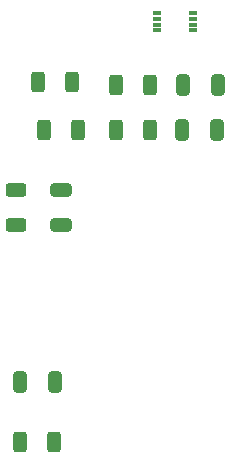
<source format=gbr>
%TF.GenerationSoftware,KiCad,Pcbnew,(6.0.7-1)-1*%
%TF.CreationDate,2022-09-12T11:25:08-04:00*%
%TF.ProjectId,LED_Pulser,4c45445f-5075-46c7-9365-722e6b696361,rev?*%
%TF.SameCoordinates,Original*%
%TF.FileFunction,Paste,Top*%
%TF.FilePolarity,Positive*%
%FSLAX46Y46*%
G04 Gerber Fmt 4.6, Leading zero omitted, Abs format (unit mm)*
G04 Created by KiCad (PCBNEW (6.0.7-1)-1) date 2022-09-12 11:25:08*
%MOMM*%
%LPD*%
G01*
G04 APERTURE LIST*
G04 Aperture macros list*
%AMRoundRect*
0 Rectangle with rounded corners*
0 $1 Rounding radius*
0 $2 $3 $4 $5 $6 $7 $8 $9 X,Y pos of 4 corners*
0 Add a 4 corners polygon primitive as box body*
4,1,4,$2,$3,$4,$5,$6,$7,$8,$9,$2,$3,0*
0 Add four circle primitives for the rounded corners*
1,1,$1+$1,$2,$3*
1,1,$1+$1,$4,$5*
1,1,$1+$1,$6,$7*
1,1,$1+$1,$8,$9*
0 Add four rect primitives between the rounded corners*
20,1,$1+$1,$2,$3,$4,$5,0*
20,1,$1+$1,$4,$5,$6,$7,0*
20,1,$1+$1,$6,$7,$8,$9,0*
20,1,$1+$1,$8,$9,$2,$3,0*%
G04 Aperture macros list end*
%ADD10RoundRect,0.250000X0.625000X-0.312500X0.625000X0.312500X-0.625000X0.312500X-0.625000X-0.312500X0*%
%ADD11RoundRect,0.250000X-0.312500X-0.625000X0.312500X-0.625000X0.312500X0.625000X-0.312500X0.625000X0*%
%ADD12RoundRect,0.250000X-0.325000X-0.650000X0.325000X-0.650000X0.325000X0.650000X-0.325000X0.650000X0*%
%ADD13R,0.800000X0.300000*%
%ADD14RoundRect,0.250000X-0.650000X0.325000X-0.650000X-0.325000X0.650000X-0.325000X0.650000X0.325000X0*%
G04 APERTURE END LIST*
D10*
%TO.C,R5*%
X87122000Y-113730500D03*
X87122000Y-110805500D03*
%TD*%
D11*
%TO.C,R6*%
X95565500Y-101854000D03*
X98490500Y-101854000D03*
%TD*%
D12*
%TO.C,C3*%
X87474000Y-127000000D03*
X90424000Y-127000000D03*
%TD*%
D11*
%TO.C,R4*%
X87437500Y-132080000D03*
X90362500Y-132080000D03*
%TD*%
%TO.C,R3*%
X95565500Y-105664000D03*
X98490500Y-105664000D03*
%TD*%
D13*
%TO.C,U3*%
X99034000Y-95770000D03*
X99034000Y-96270000D03*
X99034000Y-96770000D03*
X99034000Y-97270000D03*
X102134000Y-97270000D03*
X102134000Y-96770000D03*
X102134000Y-96270000D03*
X102134000Y-95770000D03*
%TD*%
D11*
%TO.C,R7*%
X88961500Y-101600000D03*
X91886500Y-101600000D03*
%TD*%
D12*
%TO.C,C1*%
X101190000Y-105664000D03*
X104140000Y-105664000D03*
%TD*%
D14*
%TO.C,C4*%
X90932000Y-110793000D03*
X90932000Y-113743000D03*
%TD*%
D11*
%TO.C,R8*%
X89469500Y-105664000D03*
X92394500Y-105664000D03*
%TD*%
D12*
%TO.C,C2*%
X101268000Y-101854000D03*
X104218000Y-101854000D03*
%TD*%
M02*

</source>
